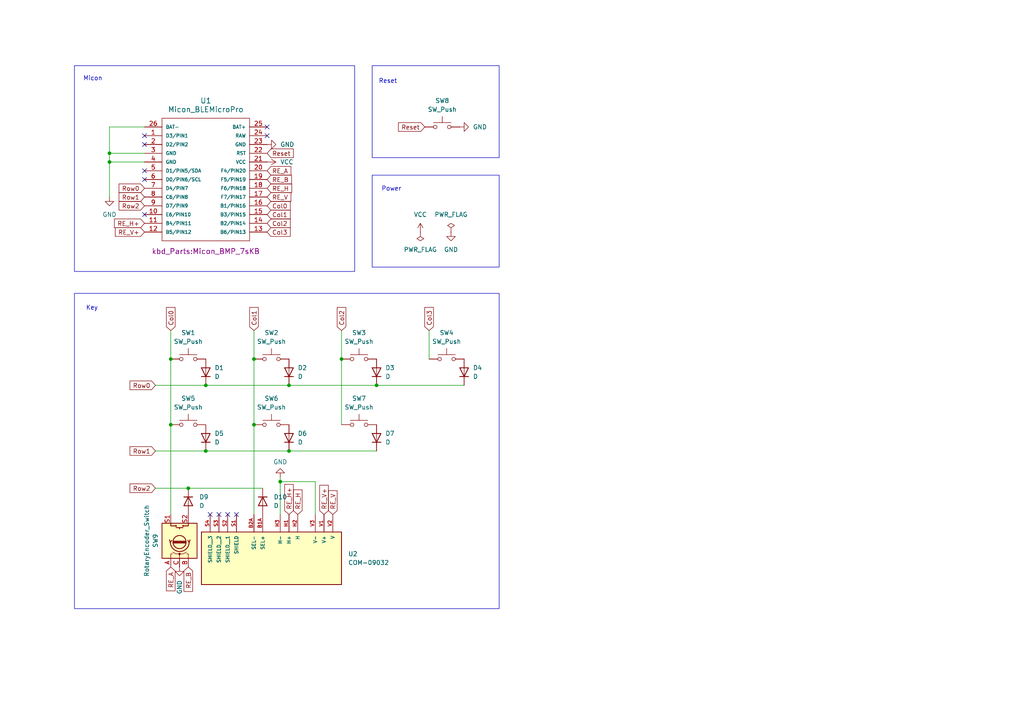
<source format=kicad_sch>
(kicad_sch (version 20231120) (generator "eeschema") (generator_version "8.0")
  (paper "A4")
  (lib_symbols
    (symbol "COM-09032:COM-09032" (pin_names (offset 1.016))
      (property "Reference" "U" (at -7.62 16.002 0))
      (property "Value" "COM-09032" (at -7.62 -27.94 0))
      (symbol "COM-09032_0_0"
        (rectangle (start -7.62 -25.4) (end 7.62 15.24) (stroke (width 0.254)) (fill (type background)))
        (pin passive line (at -12.7 -7.62 0) (length 5.08) (name "SEL+") (number "B1A"))
        (pin passive line (at -12.7 -10.16 0) (length 5.08) (name "SEL-") (number "B2A"))
        (pin passive line (at -12.7 0 0) (length 5.08) (name "H+") (number "H1"))
        (pin passive line (at -12.7 2.54 0) (length 5.08) (name "H") (number "H2"))
        (pin passive line (at -12.7 -2.54 0) (length 5.08) (name "H-") (number "H3"))
        (pin passive line (at -12.7 -15.24 0) (length 5.08) (name "SHIELD") (number "S1"))
        (pin passive line (at -12.7 -17.78 0) (length 5.08) (name "SHIELD__1") (number "S2"))
        (pin passive line (at -12.7 -20.32 0) (length 5.08) (name "SHIELD__2") (number "S3"))
        (pin passive line (at -12.7 -22.86 0) (length 5.08) (name "SHIELD__3") (number "S4"))
        (pin passive line (at -12.7 10.16 0) (length 5.08) (name "V+") (number "V1"))
        (pin passive line (at -12.7 12.7 0) (length 5.08) (name "V") (number "V2"))
        (pin passive line (at -12.7 7.62 0) (length 5.08) (name "V-") (number "V3"))
      )
    )
    (symbol "Device:D" (pin_numbers hide) (pin_names (offset 1.016) hide)
      (property "Reference" "D" (at 0 2.54 0))
      (property "Value" "D" (at 0 -2.54 0))
      (symbol "D_0_1"
        (polyline (pts (xy -1.27 1.27) (xy -1.27 -1.27)) (stroke (width 0.254)))
        (polyline (pts (xy 1.27 0) (xy -1.27 0)))
        (polyline (pts (xy 1.27 1.27) (xy 1.27 -1.27) (xy -1.27 0) (xy 1.27 1.27)) (stroke (width 0.254)))
      )
      (symbol "D_1_1"
        (pin passive line (at -3.81 0 0) (length 2.54) (name "K") (number "1"))
        (pin passive line (at 3.81 0 180) (length 2.54) (name "A") (number "2"))
      )
    )
    (symbol "Device:RotaryEncoder_Switch" (pin_names (offset 0.254) hide)
      (property "Reference" "SW" (at 0 6.604 0))
      (property "Value" "RotaryEncoder_Switch" (at 0 -6.604 0))
      (symbol "RotaryEncoder_Switch_0_1"
        (rectangle (start -5.08 5.08) (end 5.08 -5.08) (stroke (width 0.254)) (fill (type background)))
        (circle (center -3.81 0) (radius 0.254) (fill (type outline)))
        (circle (center -0.381 0) (radius 1.905) (stroke (width 0.254)))
        (arc (start -0.381 2.667) (mid -3.0988 -0.0635) (end -0.381 -2.794) (stroke (width 0.254)))
        (polyline (pts (xy -0.635 -1.778) (xy -0.635 1.778)) (stroke (width 0.254)))
        (polyline (pts (xy -0.381 -1.778) (xy -0.381 1.778)) (stroke (width 0.254)))
        (polyline (pts (xy -0.127 1.778) (xy -0.127 -1.778)) (stroke (width 0.254)))
        (polyline (pts (xy 3.81 0) (xy 3.429 0)) (stroke (width 0.254)))
        (polyline (pts (xy 3.81 1.016) (xy 3.81 -1.016)) (stroke (width 0.254)))
        (polyline (pts (xy -5.08 -2.54) (xy -3.81 -2.54) (xy -3.81 -2.032)))
        (polyline (pts (xy -5.08 2.54) (xy -3.81 2.54) (xy -3.81 2.032)))
        (polyline (pts (xy 0.254 -3.048) (xy -0.508 -2.794) (xy 0.127 -2.413)) (stroke (width 0.254)))
        (polyline (pts (xy 0.254 2.921) (xy -0.508 2.667) (xy 0.127 2.286)) (stroke (width 0.254)))
        (polyline (pts (xy 5.08 -2.54) (xy 4.318 -2.54) (xy 4.318 -1.016)) (stroke (width 0.254)))
        (polyline (pts (xy 5.08 2.54) (xy 4.318 2.54) (xy 4.318 1.016)) (stroke (width 0.254)))
        (polyline (pts (xy -5.08 0) (xy -3.81 0) (xy -3.81 -1.016) (xy -3.302 -2.032)))
        (polyline (pts (xy -4.318 0) (xy -3.81 0) (xy -3.81 1.016) (xy -3.302 2.032)))
        (circle (center 4.318 -1.016) (radius 0.127) (stroke (width 0.254)))
        (circle (center 4.318 1.016) (radius 0.127) (stroke (width 0.254)))
      )
      (symbol "RotaryEncoder_Switch_1_1"
        (pin passive line (at -7.62 2.54 0) (length 2.54) (name "A") (number "A"))
        (pin passive line (at -7.62 -2.54 0) (length 2.54) (name "B") (number "B"))
        (pin passive line (at -7.62 0 0) (length 2.54) (name "C") (number "C"))
        (pin passive line (at 7.62 2.54 180) (length 2.54) (name "S1") (number "S1"))
        (pin passive line (at 7.62 -2.54 180) (length 2.54) (name "S2") (number "S2"))
      )
    )
    (symbol "Salicylic_kbd:Micon_BLEMicroPro" (pin_names (offset 1.016))
      (property "Reference" "U" (at 0 26.67 0))
      (property "Value" "Micon_BLEMicroPro" (at 0 -13.97 0))
      (symbol "Micon_BLEMicroPro_0_1"
        (rectangle (start 12.7 24.13) (end -12.7 -11.43))
      )
      (symbol "Micon_BLEMicroPro_1_1"
        (pin bidirectional line (at -17.78 19.05 0) (length 5.08) (name "D3/PIN1") (number "1"))
        (pin bidirectional line (at -17.78 -3.81 0) (length 5.08) (name "E6/PIN10") (number "10"))
        (pin bidirectional line (at -17.78 -6.35 0) (length 5.08) (name "B4/PIN11") (number "11"))
        (pin bidirectional line (at -17.78 -8.89 0) (length 5.08) (name "B5/PIN12") (number "12"))
        (pin bidirectional line (at 17.78 -8.89 180) (length 5.08) (name "B6/PIN13") (number "13"))
        (pin bidirectional line (at 17.78 -6.35 180) (length 5.08) (name "B2/PIN14") (number "14"))
        (pin bidirectional line (at 17.78 -3.81 180) (length 5.08) (name "B3/PIN15") (number "15"))
        (pin bidirectional line (at 17.78 -1.27 180) (length 5.08) (name "B1/PIN16") (number "16"))
        (pin bidirectional line (at 17.78 1.27 180) (length 5.08) (name "F7/PIN17") (number "17"))
        (pin bidirectional line (at 17.78 3.81 180) (length 5.08) (name "F6/PIN18") (number "18"))
        (pin bidirectional line (at 17.78 6.35 180) (length 5.08) (name "F5/PIN19") (number "19"))
        (pin bidirectional line (at -17.78 16.51 0) (length 5.08) (name "D2/PIN2") (number "2"))
        (pin bidirectional line (at 17.78 8.89 180) (length 5.08) (name "F4/PIN20") (number "20"))
        (pin power_in line (at 17.78 11.43 180) (length 5.08) (name "VCC") (number "21"))
        (pin input line (at 17.78 13.97 180) (length 5.08) (name "RST") (number "22"))
        (pin power_in line (at 17.78 16.51 180) (length 5.08) (name "GND") (number "23"))
        (pin power_out line (at 17.78 19.05 180) (length 5.08) (name "RAW") (number "24"))
        (pin input line (at 17.78 21.59 180) (length 5.08) (name "BAT+") (number "25"))
        (pin input line (at -17.78 21.59 0) (length 5.08) (name "BAT-") (number "26"))
        (pin power_in line (at -17.78 13.97 0) (length 5.08) (name "GND") (number "3"))
        (pin power_in line (at -17.78 11.43 0) (length 5.08) (name "GND") (number "4"))
        (pin bidirectional line (at -17.78 8.89 0) (length 5.08) (name "D1/PIN5/SDA") (number "5"))
        (pin bidirectional line (at -17.78 6.35 0) (length 5.08) (name "D0/PIN6/SCL") (number "6"))
        (pin bidirectional line (at -17.78 3.81 0) (length 5.08) (name "D4/PIN7") (number "7"))
        (pin bidirectional line (at -17.78 1.27 0) (length 5.08) (name "C6/PIN8") (number "8"))
        (pin bidirectional line (at -17.78 -1.27 0) (length 5.08) (name "D7/PIN9") (number "9"))
      )
    )
    (symbol "Switch:SW_Push" (pin_numbers hide) (pin_names (offset 1.016) hide)
      (property "Reference" "SW" (at 1.27 2.54 0))
      (property "Value" "SW_Push" (at 0 -1.524 0))
      (symbol "SW_Push_0_1"
        (circle (center -2.032 0) (radius 0.508))
        (polyline (pts (xy 0 1.27) (xy 0 3.048)))
        (polyline (pts (xy 2.54 1.27) (xy -2.54 1.27)))
        (circle (center 2.032 0) (radius 0.508))
        (pin passive line (at -5.08 0 0) (length 2.54) (name "1") (number "1"))
        (pin passive line (at 5.08 0 180) (length 2.54) (name "2") (number "2"))
      )
    )
    (symbol "power:GND" (power) (pin_names (offset 0))
      (property "Value" "GND" (at 0 -3.81 0))
      (symbol "GND_0_1"
        (polyline (pts (xy 0 0) (xy 0 -1.27) (xy 1.27 -1.27) (xy 0 -2.54) (xy -1.27 -1.27) (xy 0 -1.27)))
      )
      (symbol "GND_1_1"
        (pin power_in line (at 0 0 270) (length 0) hide (name "GND") (number "1"))
      )
    )
    (symbol "power:PWR_FLAG" (power) (pin_numbers hide) (pin_names (offset 0) hide)
      (property "Value" "PWR_FLAG" (at 0 3.81 0))
      (symbol "PWR_FLAG_0_0"
        (pin power_out line (at 0 0 90) (length 0) (name "pwr") (number "1"))
      )
      (symbol "PWR_FLAG_0_1"
        (polyline (pts (xy 0 0) (xy 0 1.27) (xy -1.016 1.905) (xy 0 2.54) (xy 1.016 1.905) (xy 0 1.27)))
      )
    )
    (symbol "power:VCC" (power) (pin_names (offset 0))
      (property "Value" "VCC" (at 0 3.81 0))
      (symbol "VCC_0_1"
        (polyline (pts (xy -0.762 1.27) (xy 0 2.54)))
        (polyline (pts (xy 0 0) (xy 0 2.54)))
        (polyline (pts (xy 0 2.54) (xy 0.762 1.27)))
      )
      (symbol "VCC_1_1"
        (pin power_in line (at 0 0 90) (length 0) hide (name "VCC") (number "1"))
      )
    )
  )
  (junction (at 81.28 139.7))
  (junction (at 83.82 111.76))
  (junction (at 59.69 111.76))
  (junction (at 83.82 130.81))
  (junction (at 31.75 46.99))
  (junction (at 59.69 130.81))
  (junction (at 99.06 104.14))
  (junction (at 31.75 44.45))
  (junction (at 54.61 141.605))
  (junction (at 73.66 123.19))
  (junction (at 49.53 123.19))
  (junction (at 73.66 104.14))
  (junction (at 49.53 104.14))
  (junction (at 109.22 111.76))
  (no_connect (at 63.5 149.225))
  (no_connect (at 41.91 62.23))
  (no_connect (at 77.47 36.83))
  (no_connect (at 66.04 149.225))
  (no_connect (at 68.58 149.225))
  (no_connect (at 77.47 39.37))
  (no_connect (at 41.91 49.53))
  (no_connect (at 41.91 52.07))
  (no_connect (at 41.91 39.37))
  (no_connect (at 41.91 41.91))
  (no_connect (at 60.96 149.225))
  (wire (pts (xy 73.66 95.885) (xy 73.66 104.14)))
  (wire (pts (xy 49.53 104.14) (xy 49.53 123.19)))
  (wire (pts (xy 81.28 138.43) (xy 81.28 139.7)))
  (wire (pts (xy 83.82 130.81) (xy 109.22 130.81)))
  (wire (pts (xy 49.53 123.19) (xy 49.53 149.225)))
  (wire (pts (xy 109.22 111.76) (xy 134.62 111.76)))
  (wire (pts (xy 31.75 46.99) (xy 41.91 46.99)))
  (wire (pts (xy 99.06 95.885) (xy 99.06 104.14)))
  (wire (pts (xy 81.28 139.7) (xy 81.28 149.225)))
  (wire (pts (xy 73.66 104.14) (xy 73.66 123.19)))
  (wire (pts (xy 59.69 130.81) (xy 83.82 130.81)))
  (wire (pts (xy 45.085 130.81) (xy 59.69 130.81)))
  (wire (pts (xy 81.28 139.7) (xy 91.44 139.7)))
  (wire (pts (xy 83.82 111.76) (xy 109.22 111.76)))
  (wire (pts (xy 76.2 141.605) (xy 54.61 141.605)))
  (wire (pts (xy 49.53 95.885) (xy 49.53 104.14)))
  (wire (pts (xy 124.46 95.885) (xy 124.46 104.14)))
  (wire (pts (xy 99.06 104.14) (xy 99.06 123.19)))
  (wire (pts (xy 41.91 36.83) (xy 31.75 36.83)))
  (wire (pts (xy 31.75 46.99) (xy 31.75 57.15)))
  (wire (pts (xy 45.085 141.605) (xy 54.61 141.605)))
  (wire (pts (xy 31.75 44.45) (xy 31.75 46.99)))
  (wire (pts (xy 31.75 44.45) (xy 41.91 44.45)))
  (wire (pts (xy 59.69 111.76) (xy 83.82 111.76)))
  (wire (pts (xy 73.66 149.225) (xy 73.66 123.19)))
  (wire (pts (xy 45.085 111.76) (xy 59.69 111.76)))
  (wire (pts (xy 31.75 36.83) (xy 31.75 44.45)))
  (wire (pts (xy 91.44 139.7) (xy 91.44 149.225)))
  (rectangle (start 107.95 19.05) (end 144.78 45.72))
  (rectangle (start 107.95 50.8) (end 144.78 77.47))
  (rectangle (start 21.59 85.09) (end 144.78 176.53))
  (rectangle (start 21.59 19.05) (end 102.87 78.74))
  (text "Reset" (at 112.522 23.622 0) (effects (font (size 1.27 1.27))))
  (text "Power" (at 113.538 54.864 0) (effects (font (size 1.27 1.27))))
  (text "Micon" (at 26.924 22.86 0) (effects (font (size 1.27 1.27))))
  (text "Key" (at 26.67 89.408 0) (effects (font (size 1.27 1.27))))
  (global_label "Col2" (shape input) (at 99.06 95.885 90) (property "Intersheetrefs" "${INTERSHEET_REFS}" (effects (hide yes))))
  (global_label "RE_V+" (shape input) (at 41.91 67.31 180) (property "Intersheetrefs" "${INTERSHEET_REFS}" (effects (hide yes))))
  (global_label "Col3" (shape input) (at 77.47 67.31 0) (property "Intersheetrefs" "${INTERSHEET_REFS}" (effects (hide yes))))
  (global_label "Row1" (shape input) (at 41.91 57.15 180) (property "Intersheetrefs" "${INTERSHEET_REFS}" (effects (hide yes))))
  (global_label "Col3" (shape input) (at 124.46 95.885 90) (property "Intersheetrefs" "${INTERSHEET_REFS}" (effects (hide yes))))
  (global_label "Row1" (shape input) (at 45.085 130.81 180) (property "Intersheetrefs" "${INTERSHEET_REFS}" (effects (hide yes))))
  (global_label "RE_B" (shape input) (at 54.61 164.465 270) (property "Intersheetrefs" "${INTERSHEET_REFS}" (effects (hide yes))))
  (global_label "Row2" (shape input) (at 41.91 59.69 180) (property "Intersheetrefs" "${INTERSHEET_REFS}" (effects (hide yes))))
  (global_label "Reset" (shape input) (at 77.47 44.45 0) (property "Intersheetrefs" "${INTERSHEET_REFS}" (effects (hide yes))))
  (global_label "RE_H" (shape input) (at 86.36 149.225 90) (property "Intersheetrefs" "${INTERSHEET_REFS}" (effects (hide yes))))
  (global_label "RE_V" (shape input) (at 96.52 149.225 90) (property "Intersheetrefs" "${INTERSHEET_REFS}" (effects (hide yes))))
  (global_label "Col1" (shape input) (at 77.47 62.23 0) (property "Intersheetrefs" "${INTERSHEET_REFS}" (effects (hide yes))))
  (global_label "Reset" (shape input) (at 123.19 36.83 180) (property "Intersheetrefs" "${INTERSHEET_REFS}" (effects (hide yes))))
  (global_label "Col2" (shape input) (at 77.47 64.77 0) (property "Intersheetrefs" "${INTERSHEET_REFS}" (effects (hide yes))))
  (global_label "RE_V" (shape input) (at 77.47 57.15 0) (property "Intersheetrefs" "${INTERSHEET_REFS}" (effects (hide yes))))
  (global_label "Row0" (shape input) (at 45.085 111.76 180) (property "Intersheetrefs" "${INTERSHEET_REFS}" (effects (hide yes))))
  (global_label "Col0" (shape input) (at 77.47 59.69 0) (property "Intersheetrefs" "${INTERSHEET_REFS}" (effects (hide yes))))
  (global_label "RE_A" (shape input) (at 49.53 164.465 270) (property "Intersheetrefs" "${INTERSHEET_REFS}" (effects (hide yes))))
  (global_label "Col0" (shape input) (at 49.53 95.885 90) (property "Intersheetrefs" "${INTERSHEET_REFS}" (effects (hide yes))))
  (global_label "Row2" (shape input) (at 45.085 141.605 180) (property "Intersheetrefs" "${INTERSHEET_REFS}" (effects (hide yes))))
  (global_label "RE_H" (shape input) (at 77.47 54.61 0) (property "Intersheetrefs" "${INTERSHEET_REFS}" (effects (hide yes))))
  (global_label "RE_H+" (shape input) (at 83.82 149.225 90) (property "Intersheetrefs" "${INTERSHEET_REFS}" (effects (hide yes))))
  (global_label "RE_V+" (shape input) (at 93.98 149.225 90) (property "Intersheetrefs" "${INTERSHEET_REFS}" (effects (hide yes))))
  (global_label "RE_B" (shape input) (at 77.47 52.07 0) (property "Intersheetrefs" "${INTERSHEET_REFS}" (effects (hide yes))))
  (global_label "Row0" (shape input) (at 41.91 54.61 180) (property "Intersheetrefs" "${INTERSHEET_REFS}" (effects (hide yes))))
  (global_label "RE_A" (shape input) (at 77.47 49.53 0) (property "Intersheetrefs" "${INTERSHEET_REFS}" (effects (hide yes))))
  (global_label "Col1" (shape input) (at 73.66 95.885 90) (property "Intersheetrefs" "${INTERSHEET_REFS}" (effects (hide yes))))
  (global_label "RE_H+" (shape input) (at 41.91 64.77 180) (property "Intersheetrefs" "${INTERSHEET_REFS}" (effects (hide yes))))
  (symbol (lib_id "Switch:SW_Push") (at 78.74 123.19 0) (unit 1)
    (property "Reference" "SW6" (at 78.74 115.57 0))
    (property "Value" "SW_Push" (at 78.74 118.11 0))
    (property "Footprint" "kbd_SW:Choc_v1_v2" (effects (hide yes)))
  )
  (symbol (lib_id "power:GND") (at 81.28 138.43 180) (unit 1)
    (property "Reference" "#PWR07" (effects (hide yes)))
    (property "Value" "GND" (at 81.28 133.985 0))
  )
  (symbol (lib_id "Device:D") (at 109.22 127 90) (unit 1)
    (property "Reference" "D7" (at 111.76 125.73 90) (effects (justify right)))
    (property "Value" "D" (at 111.76 128.27 90) (effects (justify right)))
    (property "Footprint" "kbd_Parts:Diode_TH_SMD" (effects (hide yes)))
    (property "Sim.Device" "D" (effects (hide yes)))
    (property "Sim.Pins" "1=K 2=A" (effects (hide yes)))
  )
  (symbol (lib_id "power:GND") (at 52.07 164.465 0) (unit 1)
    (property "Reference" "#PWR08" (effects (hide yes)))
    (property "Value" "GND" (at 52.07 168.275 90) (effects (justify right)))
  )
  (symbol (lib_id "Device:RotaryEncoder_Switch") (at 52.07 156.845 90) (unit 1)
    (property "Reference" "SW9" (at 45.085 156.845 0))
    (property "Value" "RotaryEncoder_Switch" (at 42.545 156.845 0))
    (property "Footprint" "kbd_kicad_footprints-main:EVQWGD001" (effects (hide yes)))
  )
  (symbol (lib_id "power:PWR_FLAG") (at 121.92 67.31 180) (unit 1)
    (property "Reference" "#FLG01" (effects (hide yes)))
    (property "Value" "PWR_FLAG" (at 121.92 72.39 0))
  )
  (symbol (lib_id "Device:D") (at 59.69 107.95 90) (unit 1)
    (property "Reference" "D1" (at 62.23 106.68 90) (effects (justify right)))
    (property "Value" "D" (at 62.23 109.22 90) (effects (justify right)))
    (property "Footprint" "kbd_Parts:Diode_TH_SMD" (effects (hide yes)))
    (property "Sim.Device" "D" (effects (hide yes)))
    (property "Sim.Pins" "1=K 2=A" (effects (hide yes)))
  )
  (symbol (lib_id "Device:D") (at 134.62 107.95 90) (unit 1)
    (property "Reference" "D4" (at 137.16 106.68 90) (effects (justify right)))
    (property "Value" "D" (at 137.16 109.22 90) (effects (justify right)))
    (property "Footprint" "kbd_Parts:Diode_TH_SMD" (effects (hide yes)))
    (property "Sim.Device" "D" (effects (hide yes)))
    (property "Sim.Pins" "1=K 2=A" (effects (hide yes)))
  )
  (symbol (lib_id "power:GND") (at 133.35 36.83 90) (unit 1)
    (property "Reference" "#PWR02" (effects (hide yes)))
    (property "Value" "GND" (at 137.16 36.83 90) (effects (justify right)))
  )
  (symbol (lib_id "power:PWR_FLAG") (at 130.81 67.31 0) (unit 1)
    (property "Reference" "#FLG02" (effects (hide yes)))
    (property "Value" "PWR_FLAG" (at 130.81 62.23 0))
  )
  (symbol (lib_id "Switch:SW_Push") (at 129.54 104.14 0) (unit 1)
    (property "Reference" "SW4" (at 129.54 96.52 0))
    (property "Value" "SW_Push" (at 129.54 99.06 0))
    (property "Footprint" "kbd_SW:Choc_v1_v2" (effects (hide yes)))
  )
  (symbol (lib_id "COM-09032:COM-09032") (at 83.82 161.925 270) (unit 1)
    (property "Reference" "U2" (at 100.965 160.655 90) (effects (justify left)))
    (property "Value" "COM-09032" (at 100.965 163.195 90) (effects (justify left)))
    (property "Footprint" "COM-09032 CAD 3D Model:XDCR_COM-09032" (effects (hide yes)))
    (property "PARTREV" "N/A" (effects (hide yes)))
    (property "STANDARD" "Manufacturer Recommendations" (effects (hide yes)))
    (property "MAXIMUM_PACKAGE_HEIGHT" "30.1mm" (effects (hide yes)))
    (property "MANUFACTURER" "SparkFun Electronics" (effects (hide yes)))
  )
  (symbol (lib_id "Device:D") (at 54.61 145.415 270) (unit 1)
    (property "Reference" "D9" (at 57.785 144.145 90) (effects (justify left)))
    (property "Value" "D" (at 57.785 146.685 90) (effects (justify left)))
    (property "Footprint" "kbd_Parts:Diode_TH_SMD" (effects (hide yes)))
    (property "Sim.Device" "D" (effects (hide yes)))
    (property "Sim.Pins" "1=K 2=A" (effects (hide yes)))
  )
  (symbol (lib_id "power:GND") (at 130.81 67.31 0) (unit 1)
    (property "Reference" "#PWR06" (effects (hide yes)))
    (property "Value" "GND" (at 130.81 72.39 0))
  )
  (symbol (lib_id "Salicylic_kbd:Micon_BLEMicroPro") (at 59.69 58.42 0) (unit 1)
    (property "Reference" "U1" (at 59.69 29.21 0) (effects (font (size 1.524 1.524))))
    (property "Value" "Micon_BLEMicroPro" (at 59.69 31.75 0) (effects (font (size 1.524 1.524))))
    (property "Footprint" "kbd_Parts:Micon_BMP_7sKB" (at 59.69 72.898 0) (effects (font (size 1.524 1.524))))
  )
  (symbol (lib_id "Switch:SW_Push") (at 54.61 104.14 0) (unit 1)
    (property "Reference" "SW1" (at 54.61 96.52 0))
    (property "Value" "SW_Push" (at 54.61 99.06 0))
    (property "Footprint" "kbd_SW:Choc_v1_v2" (effects (hide yes)))
  )
  (symbol (lib_id "Switch:SW_Push") (at 104.14 104.14 0) (unit 1)
    (property "Reference" "SW3" (at 104.14 96.52 0))
    (property "Value" "SW_Push" (at 104.14 99.06 0))
    (property "Footprint" "kbd_SW:Choc_v1_v2" (effects (hide yes)))
  )
  (symbol (lib_id "Switch:SW_Push") (at 128.27 36.83 0) (unit 1)
    (property "Reference" "SW8" (at 128.27 29.21 0))
    (property "Value" "SW_Push" (at 128.27 31.75 0))
    (property "Footprint" "kbd_Parts:ResetSW" (effects (hide yes)))
  )
  (symbol (lib_id "Device:D") (at 109.22 107.95 90) (unit 1)
    (property "Reference" "D3" (at 111.76 106.68 90) (effects (justify right)))
    (property "Value" "D" (at 111.76 109.22 90) (effects (justify right)))
    (property "Footprint" "kbd_Parts:Diode_TH_SMD" (effects (hide yes)))
    (property "Sim.Device" "D" (effects (hide yes)))
    (property "Sim.Pins" "1=K 2=A" (effects (hide yes)))
  )
  (symbol (lib_id "power:GND") (at 31.75 57.15 0) (unit 1)
    (property "Reference" "#PWR04" (effects (hide yes)))
    (property "Value" "GND" (at 31.75 62.23 0))
  )
  (symbol (lib_id "power:VCC") (at 121.92 67.31 0) (unit 1)
    (property "Reference" "#PWR05" (effects (hide yes)))
    (property "Value" "VCC" (at 121.92 62.23 0))
  )
  (symbol (lib_id "power:GND") (at 77.47 41.91 90) (unit 1)
    (property "Reference" "#PWR03" (effects (hide yes)))
    (property "Value" "GND" (at 81.28 41.91 90) (effects (justify right)))
  )
  (symbol (lib_id "Device:D") (at 83.82 107.95 90) (unit 1)
    (property "Reference" "D2" (at 86.36 106.68 90) (effects (justify right)))
    (property "Value" "D" (at 86.36 109.22 90) (effects (justify right)))
    (property "Footprint" "kbd_Parts:Diode_TH_SMD" (effects (hide yes)))
    (property "Sim.Device" "D" (effects (hide yes)))
    (property "Sim.Pins" "1=K 2=A" (effects (hide yes)))
  )
  (symbol (lib_id "Switch:SW_Push") (at 54.61 123.19 0) (unit 1)
    (property "Reference" "SW5" (at 54.61 115.57 0))
    (property "Value" "SW_Push" (at 54.61 118.11 0))
    (property "Footprint" "kbd_SW:Choc_v1_v2" (effects (hide yes)))
  )
  (symbol (lib_id "Device:D") (at 76.2 145.415 270) (unit 1)
    (property "Reference" "D10" (at 79.375 144.145 90) (effects (justify left)))
    (property "Value" "D" (at 79.375 146.685 90) (effects (justify left)))
    (property "Footprint" "kbd_Parts:Diode_TH_SMD" (effects (hide yes)))
    (property "Sim.Device" "D" (effects (hide yes)))
    (property "Sim.Pins" "1=K 2=A" (effects (hide yes)))
  )
  (symbol (lib_id "Switch:SW_Push") (at 78.74 104.14 0) (unit 1)
    (property "Reference" "SW2" (at 78.74 96.52 0))
    (property "Value" "SW_Push" (at 78.74 99.06 0))
    (property "Footprint" "kbd_SW:Choc_v1_v2" (effects (hide yes)))
  )
  (symbol (lib_id "Device:D") (at 59.69 127 90) (unit 1)
    (property "Reference" "D5" (at 62.23 125.73 90) (effects (justify right)))
    (property "Value" "D" (at 62.23 128.27 90) (effects (justify right)))
    (property "Footprint" "kbd_Parts:Diode_TH_SMD" (effects (hide yes)))
    (property "Sim.Device" "D" (effects (hide yes)))
    (property "Sim.Pins" "1=K 2=A" (effects (hide yes)))
  )
  (symbol (lib_id "Switch:SW_Push") (at 104.14 123.19 0) (unit 1)
    (property "Reference" "SW7" (at 104.14 115.57 0))
    (property "Value" "SW_Push" (at 104.14 118.11 0))
    (property "Footprint" "kbd_SW:Choc_v1_v2" (effects (hide yes)))
  )
  (symbol (lib_id "power:VCC") (at 77.47 46.99 270) (unit 1)
    (property "Reference" "#PWR01" (effects (hide yes)))
    (property "Value" "VCC" (at 81.28 46.9899 90) (effects (justify left)))
  )
  (symbol (lib_id "Device:D") (at 83.82 127 90) (unit 1)
    (property "Reference" "D6" (at 86.36 125.73 90) (effects (justify right)))
    (property "Value" "D" (at 86.36 128.27 90) (effects (justify right)))
    (property "Footprint" "kbd_Parts:Diode_TH_SMD" (effects (hide yes)))
    (property "Sim.Device" "D" (effects (hide yes)))
    (property "Sim.Pins" "1=K 2=A" (effects (hide yes)))
  )
)
</source>
